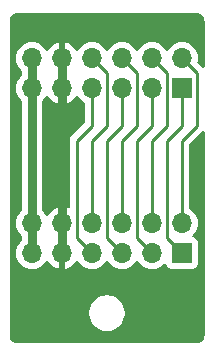
<source format=gbl>
G04 #@! TF.GenerationSoftware,KiCad,Pcbnew,7.0.11-7.0.11~ubuntu20.04.1*
G04 #@! TF.CreationDate,2024-08-20T20:37:44+02:00*
G04 #@! TF.ProjectId,kicad-pmod-ext,6b696361-642d-4706-9d6f-642d6578742e,1.0*
G04 #@! TF.SameCoordinates,Original*
G04 #@! TF.FileFunction,Copper,L2,Bot*
G04 #@! TF.FilePolarity,Positive*
%FSLAX46Y46*%
G04 Gerber Fmt 4.6, Leading zero omitted, Abs format (unit mm)*
G04 Created by KiCad (PCBNEW 7.0.11-7.0.11~ubuntu20.04.1) date 2024-08-20 20:37:44*
%MOMM*%
%LPD*%
G01*
G04 APERTURE LIST*
G04 #@! TA.AperFunction,ComponentPad*
%ADD10R,1.700000X1.700000*%
G04 #@! TD*
G04 #@! TA.AperFunction,ComponentPad*
%ADD11O,1.700000X1.700000*%
G04 #@! TD*
G04 #@! TA.AperFunction,Conductor*
%ADD12C,0.250000*%
G04 #@! TD*
G04 #@! TA.AperFunction,Conductor*
%ADD13C,0.750000*%
G04 #@! TD*
G04 APERTURE END LIST*
D10*
X127000000Y-76200000D03*
D11*
X127000000Y-73660000D03*
X124460000Y-76200000D03*
X124460000Y-73660000D03*
X121920000Y-76200000D03*
X121920000Y-73660000D03*
X119380000Y-76200000D03*
X119380000Y-73660000D03*
X116840000Y-76200000D03*
X116840000Y-73660000D03*
X114300000Y-76200000D03*
X114300000Y-73660000D03*
D10*
X127000000Y-90170000D03*
D11*
X127000000Y-87630000D03*
X124460000Y-90170000D03*
X124460000Y-87630000D03*
X121920000Y-90170000D03*
X121920000Y-87630000D03*
X119380000Y-90170000D03*
X119380000Y-87630000D03*
X116840000Y-90170000D03*
X116840000Y-87630000D03*
X114300000Y-90170000D03*
X114300000Y-87630000D03*
D12*
X128270000Y-79375000D02*
X128270000Y-74930000D01*
X127000000Y-80645000D02*
X128270000Y-79375000D01*
X127000000Y-87630000D02*
X127000000Y-80645000D01*
X128270000Y-74930000D02*
X127000000Y-73660000D01*
X120650000Y-88900000D02*
X120650000Y-80645000D01*
X121920000Y-90170000D02*
X120650000Y-88900000D01*
X120650000Y-80645000D02*
X121920000Y-79375000D01*
X125730000Y-88900000D02*
X125730000Y-80645000D01*
X125730000Y-80645000D02*
X127000000Y-79375000D01*
X127000000Y-79375000D02*
X127000000Y-76200000D01*
X125730000Y-79375000D02*
X124460000Y-80645000D01*
X124460000Y-73660000D02*
X125730000Y-74930000D01*
X125730000Y-74930000D02*
X125730000Y-79375000D01*
X124460000Y-80645000D02*
X124460000Y-87630000D01*
X123190000Y-88900000D02*
X123190000Y-80645000D01*
X123190000Y-80645000D02*
X124460000Y-79375000D01*
X124460000Y-79375000D02*
X124460000Y-76200000D01*
X123190000Y-79375000D02*
X121920000Y-80645000D01*
X123190000Y-74930000D02*
X123190000Y-79375000D01*
X121920000Y-73660000D02*
X123190000Y-74930000D01*
X121920000Y-80645000D02*
X121920000Y-87630000D01*
X121920000Y-79375000D02*
X121920000Y-76200000D01*
X120650000Y-79375000D02*
X119380000Y-80645000D01*
X119380000Y-73660000D02*
X120650000Y-74930000D01*
X120650000Y-74930000D02*
X120650000Y-79375000D01*
X119380000Y-80645000D02*
X119380000Y-87630000D01*
X118110000Y-80645000D02*
X119380000Y-79375000D01*
X118110000Y-88900000D02*
X118110000Y-80645000D01*
X119380000Y-79375000D02*
X119380000Y-76200000D01*
D13*
X116840000Y-90170000D02*
X116840000Y-73660000D01*
D12*
X125730000Y-88900000D02*
X127000000Y-90170000D01*
X123190000Y-88900000D02*
X124460000Y-90170000D01*
X118110000Y-88900000D02*
X119380000Y-90170000D01*
D13*
X114300000Y-73660000D02*
X114300000Y-90170000D01*
G04 #@! TA.AperFunction,Conductor*
G36*
X128276912Y-69851278D02*
G01*
X128295299Y-69853350D01*
X128297404Y-69853607D01*
X128408499Y-69868233D01*
X128433249Y-69874126D01*
X128475803Y-69889017D01*
X128482255Y-69891480D01*
X128555533Y-69921833D01*
X128574028Y-69931387D01*
X128616975Y-69958372D01*
X128626481Y-69964985D01*
X128685274Y-70010098D01*
X128697469Y-70020793D01*
X128734205Y-70057529D01*
X128744900Y-70069724D01*
X128790013Y-70128517D01*
X128796630Y-70138029D01*
X128823607Y-70180962D01*
X128833172Y-70199478D01*
X128863510Y-70272722D01*
X128865990Y-70279219D01*
X128880869Y-70321740D01*
X128886767Y-70346510D01*
X128901381Y-70457517D01*
X128901661Y-70459801D01*
X128903720Y-70478085D01*
X128904500Y-70491959D01*
X128904500Y-74379594D01*
X128884815Y-74446633D01*
X128832011Y-74492388D01*
X128762853Y-74502332D01*
X128701464Y-74475141D01*
X128695949Y-74470579D01*
X128687304Y-74462713D01*
X128340237Y-74115646D01*
X128306752Y-74054323D01*
X128308142Y-73995876D01*
X128335063Y-73895408D01*
X128355659Y-73660000D01*
X128335063Y-73424592D01*
X128273903Y-73196337D01*
X128174035Y-72982171D01*
X128168731Y-72974595D01*
X128038494Y-72788597D01*
X127871402Y-72621506D01*
X127871395Y-72621501D01*
X127677834Y-72485967D01*
X127677830Y-72485965D01*
X127677828Y-72485964D01*
X127463663Y-72386097D01*
X127463659Y-72386096D01*
X127463655Y-72386094D01*
X127235413Y-72324938D01*
X127235403Y-72324936D01*
X127000001Y-72304341D01*
X126999999Y-72304341D01*
X126764596Y-72324936D01*
X126764586Y-72324938D01*
X126536344Y-72386094D01*
X126536335Y-72386098D01*
X126322171Y-72485964D01*
X126322169Y-72485965D01*
X126128597Y-72621505D01*
X125961505Y-72788597D01*
X125831575Y-72974158D01*
X125776998Y-73017783D01*
X125707500Y-73024977D01*
X125645145Y-72993454D01*
X125628425Y-72974158D01*
X125498494Y-72788597D01*
X125331402Y-72621506D01*
X125331395Y-72621501D01*
X125137834Y-72485967D01*
X125137830Y-72485965D01*
X125137828Y-72485964D01*
X124923663Y-72386097D01*
X124923659Y-72386096D01*
X124923655Y-72386094D01*
X124695413Y-72324938D01*
X124695403Y-72324936D01*
X124460001Y-72304341D01*
X124459999Y-72304341D01*
X124224596Y-72324936D01*
X124224586Y-72324938D01*
X123996344Y-72386094D01*
X123996335Y-72386098D01*
X123782171Y-72485964D01*
X123782169Y-72485965D01*
X123588597Y-72621505D01*
X123421505Y-72788597D01*
X123291575Y-72974158D01*
X123236998Y-73017783D01*
X123167500Y-73024977D01*
X123105145Y-72993454D01*
X123088425Y-72974158D01*
X122958494Y-72788597D01*
X122791402Y-72621506D01*
X122791395Y-72621501D01*
X122597834Y-72485967D01*
X122597830Y-72485965D01*
X122597828Y-72485964D01*
X122383663Y-72386097D01*
X122383659Y-72386096D01*
X122383655Y-72386094D01*
X122155413Y-72324938D01*
X122155403Y-72324936D01*
X121920001Y-72304341D01*
X121919999Y-72304341D01*
X121684596Y-72324936D01*
X121684586Y-72324938D01*
X121456344Y-72386094D01*
X121456335Y-72386098D01*
X121242171Y-72485964D01*
X121242169Y-72485965D01*
X121048597Y-72621505D01*
X120881505Y-72788597D01*
X120751575Y-72974158D01*
X120696998Y-73017783D01*
X120627500Y-73024977D01*
X120565145Y-72993454D01*
X120548425Y-72974158D01*
X120418494Y-72788597D01*
X120251402Y-72621506D01*
X120251395Y-72621501D01*
X120057834Y-72485967D01*
X120057830Y-72485965D01*
X120057828Y-72485964D01*
X119843663Y-72386097D01*
X119843659Y-72386096D01*
X119843655Y-72386094D01*
X119615413Y-72324938D01*
X119615403Y-72324936D01*
X119380001Y-72304341D01*
X119379999Y-72304341D01*
X119144596Y-72324936D01*
X119144586Y-72324938D01*
X118916344Y-72386094D01*
X118916335Y-72386098D01*
X118702171Y-72485964D01*
X118702169Y-72485965D01*
X118508597Y-72621505D01*
X118341508Y-72788594D01*
X118211269Y-72974595D01*
X118156692Y-73018219D01*
X118087193Y-73025412D01*
X118024839Y-72993890D01*
X118008119Y-72974594D01*
X117878113Y-72788926D01*
X117878108Y-72788920D01*
X117711082Y-72621894D01*
X117517578Y-72486399D01*
X117303492Y-72386570D01*
X117303486Y-72386567D01*
X117090000Y-72329364D01*
X117090000Y-73224498D01*
X116982315Y-73175320D01*
X116875763Y-73160000D01*
X116804237Y-73160000D01*
X116697685Y-73175320D01*
X116590000Y-73224498D01*
X116590000Y-72329364D01*
X116589999Y-72329364D01*
X116376513Y-72386567D01*
X116376507Y-72386570D01*
X116162422Y-72486399D01*
X116162420Y-72486400D01*
X115968926Y-72621886D01*
X115968920Y-72621891D01*
X115801891Y-72788920D01*
X115801890Y-72788922D01*
X115671880Y-72974595D01*
X115617303Y-73018219D01*
X115547804Y-73025412D01*
X115485450Y-72993890D01*
X115468730Y-72974594D01*
X115338494Y-72788597D01*
X115171402Y-72621506D01*
X115171395Y-72621501D01*
X114977834Y-72485967D01*
X114977830Y-72485965D01*
X114977828Y-72485964D01*
X114763663Y-72386097D01*
X114763659Y-72386096D01*
X114763655Y-72386094D01*
X114535413Y-72324938D01*
X114535403Y-72324936D01*
X114300001Y-72304341D01*
X114299999Y-72304341D01*
X114064596Y-72324936D01*
X114064586Y-72324938D01*
X113836344Y-72386094D01*
X113836335Y-72386098D01*
X113622171Y-72485964D01*
X113622169Y-72485965D01*
X113428597Y-72621505D01*
X113261505Y-72788597D01*
X113125965Y-72982169D01*
X113125964Y-72982171D01*
X113026098Y-73196335D01*
X113026094Y-73196344D01*
X112964938Y-73424586D01*
X112964936Y-73424596D01*
X112944341Y-73659999D01*
X112944341Y-73660000D01*
X112964936Y-73895403D01*
X112964938Y-73895413D01*
X113026094Y-74123655D01*
X113026096Y-74123659D01*
X113026097Y-74123663D01*
X113105801Y-74294588D01*
X113125965Y-74337830D01*
X113125967Y-74337834D01*
X113218917Y-74470579D01*
X113261504Y-74531400D01*
X113261506Y-74531402D01*
X113388181Y-74658077D01*
X113421666Y-74719400D01*
X113424500Y-74745758D01*
X113424500Y-75114241D01*
X113404815Y-75181280D01*
X113388181Y-75201922D01*
X113261505Y-75328597D01*
X113125965Y-75522169D01*
X113125964Y-75522171D01*
X113026098Y-75736335D01*
X113026094Y-75736344D01*
X112964938Y-75964586D01*
X112964936Y-75964596D01*
X112944341Y-76199999D01*
X112944341Y-76200000D01*
X112964936Y-76435403D01*
X112964938Y-76435413D01*
X113026094Y-76663655D01*
X113026096Y-76663659D01*
X113026097Y-76663663D01*
X113105801Y-76834588D01*
X113125965Y-76877830D01*
X113125967Y-76877834D01*
X113234281Y-77032521D01*
X113261504Y-77071400D01*
X113261506Y-77071402D01*
X113388181Y-77198077D01*
X113421666Y-77259400D01*
X113424500Y-77285758D01*
X113424500Y-86544241D01*
X113404815Y-86611280D01*
X113388181Y-86631922D01*
X113261505Y-86758597D01*
X113125965Y-86952169D01*
X113125964Y-86952171D01*
X113026098Y-87166335D01*
X113026094Y-87166344D01*
X112964938Y-87394586D01*
X112964936Y-87394596D01*
X112944341Y-87629999D01*
X112944341Y-87630000D01*
X112964936Y-87865403D01*
X112964938Y-87865413D01*
X113026094Y-88093655D01*
X113026096Y-88093659D01*
X113026097Y-88093663D01*
X113109155Y-88271781D01*
X113125965Y-88307830D01*
X113125967Y-88307834D01*
X113234281Y-88462521D01*
X113261501Y-88501396D01*
X113261506Y-88501402D01*
X113388181Y-88628077D01*
X113421666Y-88689400D01*
X113424500Y-88715758D01*
X113424500Y-89084241D01*
X113404815Y-89151280D01*
X113388181Y-89171922D01*
X113261505Y-89298597D01*
X113125965Y-89492169D01*
X113125964Y-89492171D01*
X113026098Y-89706335D01*
X113026094Y-89706344D01*
X112964938Y-89934586D01*
X112964936Y-89934596D01*
X112944341Y-90169999D01*
X112944341Y-90170000D01*
X112964936Y-90405403D01*
X112964938Y-90405413D01*
X113026094Y-90633655D01*
X113026096Y-90633659D01*
X113026097Y-90633663D01*
X113105801Y-90804588D01*
X113125965Y-90847830D01*
X113125967Y-90847834D01*
X113234281Y-91002521D01*
X113261505Y-91041401D01*
X113428599Y-91208495D01*
X113525384Y-91276265D01*
X113622165Y-91344032D01*
X113622167Y-91344033D01*
X113622170Y-91344035D01*
X113836337Y-91443903D01*
X114064592Y-91505063D01*
X114241034Y-91520500D01*
X114299999Y-91525659D01*
X114300000Y-91525659D01*
X114300001Y-91525659D01*
X114358966Y-91520500D01*
X114535408Y-91505063D01*
X114763663Y-91443903D01*
X114977830Y-91344035D01*
X115171401Y-91208495D01*
X115338495Y-91041401D01*
X115468730Y-90855405D01*
X115523307Y-90811781D01*
X115592805Y-90804587D01*
X115655160Y-90836110D01*
X115671879Y-90855405D01*
X115801890Y-91041078D01*
X115968917Y-91208105D01*
X116162421Y-91343600D01*
X116376507Y-91443429D01*
X116376516Y-91443433D01*
X116590000Y-91500634D01*
X116590000Y-90605501D01*
X116697685Y-90654680D01*
X116804237Y-90670000D01*
X116875763Y-90670000D01*
X116982315Y-90654680D01*
X117090000Y-90605501D01*
X117090000Y-91500633D01*
X117303483Y-91443433D01*
X117303492Y-91443429D01*
X117517578Y-91343600D01*
X117711082Y-91208105D01*
X117878105Y-91041082D01*
X118008119Y-90855405D01*
X118062696Y-90811781D01*
X118132195Y-90804588D01*
X118194549Y-90836110D01*
X118211269Y-90855405D01*
X118341505Y-91041401D01*
X118508599Y-91208495D01*
X118605384Y-91276265D01*
X118702165Y-91344032D01*
X118702167Y-91344033D01*
X118702170Y-91344035D01*
X118916337Y-91443903D01*
X119144592Y-91505063D01*
X119321034Y-91520500D01*
X119379999Y-91525659D01*
X119380000Y-91525659D01*
X119380001Y-91525659D01*
X119438966Y-91520500D01*
X119615408Y-91505063D01*
X119843663Y-91443903D01*
X120057830Y-91344035D01*
X120251401Y-91208495D01*
X120418495Y-91041401D01*
X120548425Y-90855842D01*
X120603002Y-90812217D01*
X120672500Y-90805023D01*
X120734855Y-90836546D01*
X120751575Y-90855842D01*
X120881500Y-91041395D01*
X120881505Y-91041401D01*
X121048599Y-91208495D01*
X121145384Y-91276265D01*
X121242165Y-91344032D01*
X121242167Y-91344033D01*
X121242170Y-91344035D01*
X121456337Y-91443903D01*
X121684592Y-91505063D01*
X121861034Y-91520500D01*
X121919999Y-91525659D01*
X121920000Y-91525659D01*
X121920001Y-91525659D01*
X121978966Y-91520500D01*
X122155408Y-91505063D01*
X122383663Y-91443903D01*
X122597830Y-91344035D01*
X122791401Y-91208495D01*
X122958495Y-91041401D01*
X123088425Y-90855842D01*
X123143002Y-90812217D01*
X123212500Y-90805023D01*
X123274855Y-90836546D01*
X123291575Y-90855842D01*
X123421500Y-91041395D01*
X123421505Y-91041401D01*
X123588599Y-91208495D01*
X123685384Y-91276265D01*
X123782165Y-91344032D01*
X123782167Y-91344033D01*
X123782170Y-91344035D01*
X123996337Y-91443903D01*
X124224592Y-91505063D01*
X124401034Y-91520500D01*
X124459999Y-91525659D01*
X124460000Y-91525659D01*
X124460001Y-91525659D01*
X124518966Y-91520500D01*
X124695408Y-91505063D01*
X124923663Y-91443903D01*
X125137830Y-91344035D01*
X125331401Y-91208495D01*
X125453329Y-91086566D01*
X125514648Y-91053084D01*
X125584340Y-91058068D01*
X125640274Y-91099939D01*
X125657189Y-91130917D01*
X125706202Y-91262328D01*
X125706206Y-91262335D01*
X125792452Y-91377544D01*
X125792455Y-91377547D01*
X125907664Y-91463793D01*
X125907671Y-91463797D01*
X126042517Y-91514091D01*
X126042516Y-91514091D01*
X126049444Y-91514835D01*
X126102127Y-91520500D01*
X127897872Y-91520499D01*
X127957483Y-91514091D01*
X128092331Y-91463796D01*
X128207546Y-91377546D01*
X128293796Y-91262331D01*
X128344091Y-91127483D01*
X128350500Y-91067873D01*
X128350499Y-89272128D01*
X128344091Y-89212517D01*
X128340814Y-89203732D01*
X128293797Y-89077671D01*
X128293793Y-89077664D01*
X128207547Y-88962455D01*
X128207544Y-88962452D01*
X128092335Y-88876206D01*
X128092328Y-88876202D01*
X127960917Y-88827189D01*
X127904983Y-88785318D01*
X127880566Y-88719853D01*
X127895418Y-88651580D01*
X127916563Y-88623332D01*
X128038495Y-88501401D01*
X128174035Y-88307830D01*
X128273903Y-88093663D01*
X128335063Y-87865408D01*
X128355659Y-87630000D01*
X128335063Y-87394592D01*
X128273903Y-87166337D01*
X128174035Y-86952171D01*
X128168731Y-86944595D01*
X128038494Y-86758597D01*
X127871402Y-86591506D01*
X127871401Y-86591505D01*
X127738093Y-86498161D01*
X127678376Y-86456347D01*
X127634751Y-86401770D01*
X127625500Y-86354772D01*
X127625500Y-80955452D01*
X127645185Y-80888413D01*
X127661819Y-80867771D01*
X128154946Y-80374644D01*
X128653788Y-79875801D01*
X128666042Y-79865986D01*
X128665859Y-79865764D01*
X128671870Y-79860790D01*
X128671877Y-79860786D01*
X128690107Y-79841371D01*
X128750346Y-79805976D01*
X128820160Y-79808767D01*
X128877382Y-79848860D01*
X128903845Y-79913524D01*
X128904500Y-79926254D01*
X128904500Y-97148039D01*
X128903721Y-97161915D01*
X128902239Y-97175065D01*
X128901662Y-97180186D01*
X128901381Y-97182481D01*
X128886767Y-97293488D01*
X128880869Y-97318258D01*
X128865990Y-97360779D01*
X128863510Y-97367276D01*
X128833172Y-97440520D01*
X128823604Y-97459042D01*
X128796630Y-97501969D01*
X128790013Y-97511481D01*
X128744900Y-97570274D01*
X128734205Y-97582469D01*
X128697469Y-97619205D01*
X128685274Y-97629900D01*
X128626481Y-97675013D01*
X128616969Y-97681630D01*
X128574042Y-97708604D01*
X128555520Y-97718172D01*
X128482276Y-97748510D01*
X128475779Y-97750990D01*
X128433258Y-97765869D01*
X128408488Y-97771767D01*
X128297481Y-97786381D01*
X128295187Y-97786662D01*
X128292503Y-97786964D01*
X128276914Y-97788720D01*
X128263040Y-97789500D01*
X113036960Y-97789500D01*
X113023083Y-97788720D01*
X113008203Y-97787044D01*
X113004813Y-97786662D01*
X113002517Y-97786381D01*
X112891510Y-97771767D01*
X112866740Y-97765869D01*
X112824219Y-97750990D01*
X112817722Y-97748510D01*
X112767748Y-97727810D01*
X112744475Y-97718170D01*
X112725962Y-97708607D01*
X112683029Y-97681630D01*
X112673517Y-97675013D01*
X112614724Y-97629900D01*
X112602529Y-97619205D01*
X112565793Y-97582469D01*
X112555098Y-97570274D01*
X112509985Y-97511481D01*
X112503368Y-97501969D01*
X112476387Y-97459028D01*
X112466833Y-97440533D01*
X112436480Y-97367255D01*
X112434017Y-97360803D01*
X112419126Y-97318249D01*
X112413233Y-97293499D01*
X112398607Y-97182404D01*
X112398350Y-97180299D01*
X112396278Y-97161912D01*
X112395500Y-97148037D01*
X112395500Y-95374334D01*
X119149500Y-95374334D01*
X119190429Y-95619616D01*
X119271169Y-95854802D01*
X119271172Y-95854811D01*
X119389524Y-96073506D01*
X119389526Y-96073509D01*
X119542262Y-96269744D01*
X119701744Y-96416557D01*
X119725217Y-96438166D01*
X119933393Y-96574173D01*
X120161118Y-96674063D01*
X120402175Y-96735107D01*
X120402179Y-96735108D01*
X120402181Y-96735108D01*
X120402186Y-96735109D01*
X120555589Y-96747819D01*
X120587933Y-96750500D01*
X120587937Y-96750500D01*
X120712063Y-96750500D01*
X120712067Y-96750500D01*
X120774677Y-96745311D01*
X120897813Y-96735109D01*
X120897816Y-96735108D01*
X120897821Y-96735108D01*
X121138881Y-96674063D01*
X121366607Y-96574173D01*
X121574785Y-96438164D01*
X121757738Y-96269744D01*
X121910474Y-96073509D01*
X122028828Y-95854810D01*
X122109571Y-95619614D01*
X122150500Y-95374335D01*
X122150500Y-95125665D01*
X122109571Y-94880386D01*
X122028828Y-94645190D01*
X121910474Y-94426491D01*
X121757738Y-94230256D01*
X121574785Y-94061836D01*
X121574782Y-94061833D01*
X121366606Y-93925826D01*
X121138881Y-93825936D01*
X120897824Y-93764892D01*
X120897813Y-93764890D01*
X120712077Y-93749500D01*
X120712067Y-93749500D01*
X120587933Y-93749500D01*
X120587922Y-93749500D01*
X120402186Y-93764890D01*
X120402175Y-93764892D01*
X120161118Y-93825936D01*
X119933393Y-93925826D01*
X119725217Y-94061833D01*
X119542261Y-94230257D01*
X119389524Y-94426493D01*
X119271172Y-94645188D01*
X119271169Y-94645197D01*
X119190429Y-94880383D01*
X119149500Y-95125665D01*
X119149500Y-95374334D01*
X112395500Y-95374334D01*
X112395500Y-70491961D01*
X112396279Y-70478086D01*
X112396281Y-70478069D01*
X112398353Y-70459670D01*
X112398599Y-70457659D01*
X112413234Y-70346496D01*
X112419125Y-70321754D01*
X112434025Y-70279172D01*
X112436470Y-70272767D01*
X112466837Y-70199456D01*
X112476381Y-70180980D01*
X112503385Y-70138003D01*
X112509969Y-70128538D01*
X112555112Y-70069707D01*
X112565778Y-70057545D01*
X112602545Y-70020778D01*
X112614707Y-70010112D01*
X112673538Y-69964969D01*
X112683003Y-69958385D01*
X112725980Y-69931381D01*
X112744456Y-69921837D01*
X112817767Y-69891470D01*
X112824172Y-69889025D01*
X112866754Y-69874125D01*
X112891496Y-69868234D01*
X113002659Y-69853599D01*
X113004670Y-69853353D01*
X113021591Y-69851447D01*
X113023087Y-69851279D01*
X113036962Y-69850500D01*
X128263037Y-69850500D01*
X128276912Y-69851278D01*
G37*
G04 #@! TD.AperFunction*
G04 #@! TA.AperFunction,Conductor*
G36*
X117090000Y-89734498D02*
G01*
X116982315Y-89685320D01*
X116875763Y-89670000D01*
X116804237Y-89670000D01*
X116697685Y-89685320D01*
X116590000Y-89734498D01*
X116590000Y-88065501D01*
X116697685Y-88114680D01*
X116804237Y-88130000D01*
X116875763Y-88130000D01*
X116982315Y-88114680D01*
X117090000Y-88065501D01*
X117090000Y-89734498D01*
G37*
G04 #@! TD.AperFunction*
G04 #@! TA.AperFunction,Conductor*
G36*
X117090000Y-77530633D02*
G01*
X117303483Y-77473433D01*
X117303492Y-77473429D01*
X117517578Y-77373600D01*
X117711082Y-77238105D01*
X117878105Y-77071082D01*
X118008119Y-76885405D01*
X118062696Y-76841781D01*
X118132195Y-76834588D01*
X118194549Y-76866110D01*
X118211269Y-76885405D01*
X118341505Y-77071401D01*
X118508599Y-77238495D01*
X118701624Y-77373653D01*
X118745248Y-77428228D01*
X118754500Y-77475226D01*
X118754500Y-79064546D01*
X118734815Y-79131585D01*
X118718181Y-79152227D01*
X117726208Y-80144199D01*
X117713951Y-80154020D01*
X117714134Y-80154241D01*
X117708122Y-80159214D01*
X117662098Y-80208223D01*
X117659391Y-80211016D01*
X117639889Y-80230517D01*
X117639875Y-80230534D01*
X117637407Y-80233715D01*
X117629843Y-80242570D01*
X117599937Y-80274418D01*
X117599936Y-80274420D01*
X117590284Y-80291976D01*
X117579610Y-80308226D01*
X117567329Y-80324061D01*
X117567324Y-80324068D01*
X117549975Y-80364158D01*
X117544838Y-80374644D01*
X117523803Y-80412906D01*
X117518822Y-80432307D01*
X117512521Y-80450710D01*
X117504562Y-80469102D01*
X117504561Y-80469105D01*
X117497728Y-80512243D01*
X117495360Y-80523674D01*
X117484501Y-80565971D01*
X117484500Y-80565982D01*
X117484500Y-80586016D01*
X117482973Y-80605415D01*
X117479840Y-80625194D01*
X117479840Y-80625195D01*
X117483950Y-80668674D01*
X117484500Y-80680343D01*
X117484500Y-86246334D01*
X117464815Y-86313373D01*
X117412011Y-86359128D01*
X117342853Y-86369072D01*
X117308096Y-86358716D01*
X117303497Y-86356571D01*
X117303486Y-86356567D01*
X117090000Y-86299364D01*
X117090000Y-87194498D01*
X116982315Y-87145320D01*
X116875763Y-87130000D01*
X116804237Y-87130000D01*
X116697685Y-87145320D01*
X116590000Y-87194498D01*
X116590000Y-86299364D01*
X116589999Y-86299364D01*
X116376513Y-86356567D01*
X116376507Y-86356570D01*
X116162422Y-86456399D01*
X116162420Y-86456400D01*
X115968926Y-86591886D01*
X115968920Y-86591891D01*
X115801891Y-86758920D01*
X115801890Y-86758922D01*
X115671880Y-86944595D01*
X115617303Y-86988219D01*
X115547804Y-86995412D01*
X115485450Y-86963890D01*
X115468730Y-86944594D01*
X115338494Y-86758597D01*
X115211819Y-86631922D01*
X115178334Y-86570599D01*
X115175500Y-86544241D01*
X115175500Y-77285758D01*
X115195185Y-77218719D01*
X115211819Y-77198077D01*
X115338495Y-77071401D01*
X115468730Y-76885405D01*
X115523307Y-76841781D01*
X115592805Y-76834587D01*
X115655160Y-76866110D01*
X115671879Y-76885405D01*
X115801890Y-77071078D01*
X115968917Y-77238105D01*
X116162421Y-77373600D01*
X116376507Y-77473429D01*
X116376516Y-77473433D01*
X116590000Y-77530634D01*
X116590000Y-76635501D01*
X116697685Y-76684680D01*
X116804237Y-76700000D01*
X116875763Y-76700000D01*
X116982315Y-76684680D01*
X117090000Y-76635501D01*
X117090000Y-77530633D01*
G37*
G04 #@! TD.AperFunction*
G04 #@! TA.AperFunction,Conductor*
G36*
X117090000Y-75764498D02*
G01*
X116982315Y-75715320D01*
X116875763Y-75700000D01*
X116804237Y-75700000D01*
X116697685Y-75715320D01*
X116590000Y-75764498D01*
X116590000Y-74095501D01*
X116697685Y-74144680D01*
X116804237Y-74160000D01*
X116875763Y-74160000D01*
X116982315Y-74144680D01*
X117090000Y-74095501D01*
X117090000Y-75764498D01*
G37*
G04 #@! TD.AperFunction*
M02*

</source>
